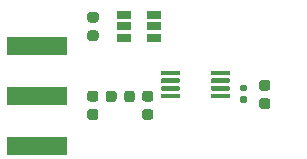
<source format=gbr>
G04 #@! TF.GenerationSoftware,KiCad,Pcbnew,5.1.9-73d0e3b20d~88~ubuntu20.04.1*
G04 #@! TF.CreationDate,2022-01-16T22:13:46+01:00*
G04 #@! TF.ProjectId,RFBandaid,52464261-6e64-4616-9964-2e6b69636164,rev?*
G04 #@! TF.SameCoordinates,Original*
G04 #@! TF.FileFunction,Paste,Top*
G04 #@! TF.FilePolarity,Positive*
%FSLAX46Y46*%
G04 Gerber Fmt 4.6, Leading zero omitted, Abs format (unit mm)*
G04 Created by KiCad (PCBNEW 5.1.9-73d0e3b20d~88~ubuntu20.04.1) date 2022-01-16 22:13:46*
%MOMM*%
%LPD*%
G01*
G04 APERTURE LIST*
%ADD10R,5.080000X1.500000*%
%ADD11R,1.220000X0.650000*%
G04 APERTURE END LIST*
G36*
G01*
X88015000Y-82875000D02*
X88015000Y-82675000D01*
G75*
G02*
X88115000Y-82575000I100000J0D01*
G01*
X89540000Y-82575000D01*
G75*
G02*
X89640000Y-82675000I0J-100000D01*
G01*
X89640000Y-82875000D01*
G75*
G02*
X89540000Y-82975000I-100000J0D01*
G01*
X88115000Y-82975000D01*
G75*
G02*
X88015000Y-82875000I0J100000D01*
G01*
G37*
G36*
G01*
X88015000Y-83525000D02*
X88015000Y-83325000D01*
G75*
G02*
X88115000Y-83225000I100000J0D01*
G01*
X89540000Y-83225000D01*
G75*
G02*
X89640000Y-83325000I0J-100000D01*
G01*
X89640000Y-83525000D01*
G75*
G02*
X89540000Y-83625000I-100000J0D01*
G01*
X88115000Y-83625000D01*
G75*
G02*
X88015000Y-83525000I0J100000D01*
G01*
G37*
G36*
G01*
X88015000Y-84175000D02*
X88015000Y-83975000D01*
G75*
G02*
X88115000Y-83875000I100000J0D01*
G01*
X89540000Y-83875000D01*
G75*
G02*
X89640000Y-83975000I0J-100000D01*
G01*
X89640000Y-84175000D01*
G75*
G02*
X89540000Y-84275000I-100000J0D01*
G01*
X88115000Y-84275000D01*
G75*
G02*
X88015000Y-84175000I0J100000D01*
G01*
G37*
G36*
G01*
X88015000Y-84825000D02*
X88015000Y-84625000D01*
G75*
G02*
X88115000Y-84525000I100000J0D01*
G01*
X89540000Y-84525000D01*
G75*
G02*
X89640000Y-84625000I0J-100000D01*
G01*
X89640000Y-84825000D01*
G75*
G02*
X89540000Y-84925000I-100000J0D01*
G01*
X88115000Y-84925000D01*
G75*
G02*
X88015000Y-84825000I0J100000D01*
G01*
G37*
G36*
G01*
X92240000Y-84825000D02*
X92240000Y-84625000D01*
G75*
G02*
X92340000Y-84525000I100000J0D01*
G01*
X93765000Y-84525000D01*
G75*
G02*
X93865000Y-84625000I0J-100000D01*
G01*
X93865000Y-84825000D01*
G75*
G02*
X93765000Y-84925000I-100000J0D01*
G01*
X92340000Y-84925000D01*
G75*
G02*
X92240000Y-84825000I0J100000D01*
G01*
G37*
G36*
G01*
X92240000Y-84175000D02*
X92240000Y-83975000D01*
G75*
G02*
X92340000Y-83875000I100000J0D01*
G01*
X93765000Y-83875000D01*
G75*
G02*
X93865000Y-83975000I0J-100000D01*
G01*
X93865000Y-84175000D01*
G75*
G02*
X93765000Y-84275000I-100000J0D01*
G01*
X92340000Y-84275000D01*
G75*
G02*
X92240000Y-84175000I0J100000D01*
G01*
G37*
G36*
G01*
X92240000Y-83525000D02*
X92240000Y-83325000D01*
G75*
G02*
X92340000Y-83225000I100000J0D01*
G01*
X93765000Y-83225000D01*
G75*
G02*
X93865000Y-83325000I0J-100000D01*
G01*
X93865000Y-83525000D01*
G75*
G02*
X93765000Y-83625000I-100000J0D01*
G01*
X92340000Y-83625000D01*
G75*
G02*
X92240000Y-83525000I0J100000D01*
G01*
G37*
G36*
G01*
X92240000Y-82875000D02*
X92240000Y-82675000D01*
G75*
G02*
X92340000Y-82575000I100000J0D01*
G01*
X93765000Y-82575000D01*
G75*
G02*
X93865000Y-82675000I0J-100000D01*
G01*
X93865000Y-82875000D01*
G75*
G02*
X93765000Y-82975000I-100000J0D01*
G01*
X92340000Y-82975000D01*
G75*
G02*
X92240000Y-82875000I0J100000D01*
G01*
G37*
G36*
G01*
X87160000Y-85185000D02*
X86660000Y-85185000D01*
G75*
G02*
X86435000Y-84960000I0J225000D01*
G01*
X86435000Y-84510000D01*
G75*
G02*
X86660000Y-84285000I225000J0D01*
G01*
X87160000Y-84285000D01*
G75*
G02*
X87385000Y-84510000I0J-225000D01*
G01*
X87385000Y-84960000D01*
G75*
G02*
X87160000Y-85185000I-225000J0D01*
G01*
G37*
G36*
G01*
X87160000Y-86735000D02*
X86660000Y-86735000D01*
G75*
G02*
X86435000Y-86510000I0J225000D01*
G01*
X86435000Y-86060000D01*
G75*
G02*
X86660000Y-85835000I225000J0D01*
G01*
X87160000Y-85835000D01*
G75*
G02*
X87385000Y-86060000I0J-225000D01*
G01*
X87385000Y-86510000D01*
G75*
G02*
X87160000Y-86735000I-225000J0D01*
G01*
G37*
G36*
G01*
X84915000Y-85010000D02*
X84915000Y-84510000D01*
G75*
G02*
X85140000Y-84285000I225000J0D01*
G01*
X85590000Y-84285000D01*
G75*
G02*
X85815000Y-84510000I0J-225000D01*
G01*
X85815000Y-85010000D01*
G75*
G02*
X85590000Y-85235000I-225000J0D01*
G01*
X85140000Y-85235000D01*
G75*
G02*
X84915000Y-85010000I0J225000D01*
G01*
G37*
G36*
G01*
X83365000Y-85010000D02*
X83365000Y-84510000D01*
G75*
G02*
X83590000Y-84285000I225000J0D01*
G01*
X84040000Y-84285000D01*
G75*
G02*
X84265000Y-84510000I0J-225000D01*
G01*
X84265000Y-85010000D01*
G75*
G02*
X84040000Y-85235000I-225000J0D01*
G01*
X83590000Y-85235000D01*
G75*
G02*
X83365000Y-85010000I0J225000D01*
G01*
G37*
G36*
G01*
X82510000Y-86735000D02*
X82010000Y-86735000D01*
G75*
G02*
X81785000Y-86510000I0J225000D01*
G01*
X81785000Y-86060000D01*
G75*
G02*
X82010000Y-85835000I225000J0D01*
G01*
X82510000Y-85835000D01*
G75*
G02*
X82735000Y-86060000I0J-225000D01*
G01*
X82735000Y-86510000D01*
G75*
G02*
X82510000Y-86735000I-225000J0D01*
G01*
G37*
G36*
G01*
X82510000Y-85185000D02*
X82010000Y-85185000D01*
G75*
G02*
X81785000Y-84960000I0J225000D01*
G01*
X81785000Y-84510000D01*
G75*
G02*
X82010000Y-84285000I225000J0D01*
G01*
X82510000Y-84285000D01*
G75*
G02*
X82735000Y-84510000I0J-225000D01*
G01*
X82735000Y-84960000D01*
G75*
G02*
X82510000Y-85185000I-225000J0D01*
G01*
G37*
D10*
X77560000Y-80480000D03*
X77560000Y-88980000D03*
X77560000Y-84730000D03*
G36*
G01*
X94840000Y-83770000D02*
X95180000Y-83770000D01*
G75*
G02*
X95320000Y-83910000I0J-140000D01*
G01*
X95320000Y-84190000D01*
G75*
G02*
X95180000Y-84330000I-140000J0D01*
G01*
X94840000Y-84330000D01*
G75*
G02*
X94700000Y-84190000I0J140000D01*
G01*
X94700000Y-83910000D01*
G75*
G02*
X94840000Y-83770000I140000J0D01*
G01*
G37*
G36*
G01*
X94840000Y-84730000D02*
X95180000Y-84730000D01*
G75*
G02*
X95320000Y-84870000I0J-140000D01*
G01*
X95320000Y-85150000D01*
G75*
G02*
X95180000Y-85290000I-140000J0D01*
G01*
X94840000Y-85290000D01*
G75*
G02*
X94700000Y-85150000I0J140000D01*
G01*
X94700000Y-84870000D01*
G75*
G02*
X94840000Y-84730000I140000J0D01*
G01*
G37*
G36*
G01*
X96560000Y-83365000D02*
X97060000Y-83365000D01*
G75*
G02*
X97285000Y-83590000I0J-225000D01*
G01*
X97285000Y-84040000D01*
G75*
G02*
X97060000Y-84265000I-225000J0D01*
G01*
X96560000Y-84265000D01*
G75*
G02*
X96335000Y-84040000I0J225000D01*
G01*
X96335000Y-83590000D01*
G75*
G02*
X96560000Y-83365000I225000J0D01*
G01*
G37*
G36*
G01*
X96560000Y-84915000D02*
X97060000Y-84915000D01*
G75*
G02*
X97285000Y-85140000I0J-225000D01*
G01*
X97285000Y-85590000D01*
G75*
G02*
X97060000Y-85815000I-225000J0D01*
G01*
X96560000Y-85815000D01*
G75*
G02*
X96335000Y-85590000I0J225000D01*
G01*
X96335000Y-85140000D01*
G75*
G02*
X96560000Y-84915000I225000J0D01*
G01*
G37*
G36*
G01*
X82020000Y-77605000D02*
X82520000Y-77605000D01*
G75*
G02*
X82745000Y-77830000I0J-225000D01*
G01*
X82745000Y-78280000D01*
G75*
G02*
X82520000Y-78505000I-225000J0D01*
G01*
X82020000Y-78505000D01*
G75*
G02*
X81795000Y-78280000I0J225000D01*
G01*
X81795000Y-77830000D01*
G75*
G02*
X82020000Y-77605000I225000J0D01*
G01*
G37*
G36*
G01*
X82020000Y-79155000D02*
X82520000Y-79155000D01*
G75*
G02*
X82745000Y-79380000I0J-225000D01*
G01*
X82745000Y-79830000D01*
G75*
G02*
X82520000Y-80055000I-225000J0D01*
G01*
X82020000Y-80055000D01*
G75*
G02*
X81795000Y-79830000I0J225000D01*
G01*
X81795000Y-79380000D01*
G75*
G02*
X82020000Y-79155000I225000J0D01*
G01*
G37*
D11*
X87480000Y-79780000D03*
X87480000Y-78830000D03*
X87480000Y-77880000D03*
X84860000Y-77880000D03*
X84860000Y-78830000D03*
X84860000Y-79780000D03*
M02*

</source>
